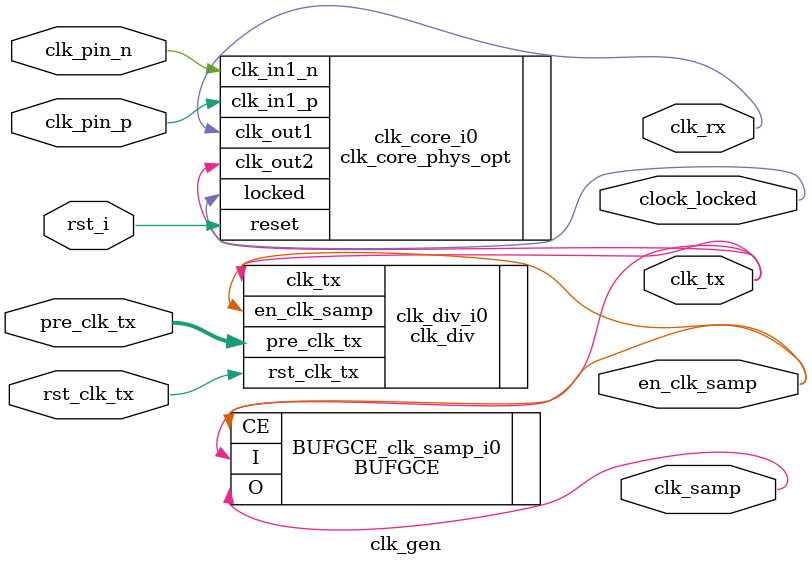
<source format=v>

`timescale 1ns/1ps


module clk_gen (
  input             clk_pin_p,       // Input clock pin - IBUFGDS is in core
  input             clk_pin_n,       //   - differential pair
  input             rst_i,           // Asynchronous input from IBUF

  input             rst_clk_tx,      // For clock divider
  
  input      [15:0] pre_clk_tx,      // Current divider

  output            clk_rx,          // Receive clock
  output            clk_tx,          // Transmit clock
  output            clk_samp,        // Sample clock

  output            en_clk_samp,     // Enable for clk_samp
  output            clock_locked     // Locked signal from MMCM
);

//***************************************************************************
// Function definitions
//***************************************************************************

//***************************************************************************
// Parameter definitions
//***************************************************************************

//***************************************************************************
// Reg declarations
//***************************************************************************

//***************************************************************************
// Wire declarations
//***************************************************************************
  
  
 
  
//***************************************************************************
// Code
//***************************************************************************

  // Instantiate the prescale divider

  clk_div clk_div_i0 (
    .clk_tx            (clk_tx),
    .rst_clk_tx        (rst_clk_tx),
    .pre_clk_tx        (pre_clk_tx),
    .en_clk_samp       (en_clk_samp)

  );

  // Instantiate clk_core - generated by the Clocking Wizard

  clk_core_phys_opt clk_core_i0 (
    .clk_in1_p          (clk_pin_p), 
    .clk_in1_n          (clk_pin_n), 
    .clk_out1           (clk_rx),
    .clk_out2           (clk_tx), 
    .reset              (rst_i), 
    .locked             (clock_locked)
  );

  

  BUFGCE #(
      .CE_TYPE("SYNC"),      // SYNC, ASYNC
      .IS_CE_INVERTED(1'b0), // Programmable inversion on CE
      .IS_I_INVERTED(1'b0)   // Programmable inversion on I
  )
  BUFGCE_clk_samp_i0 (
      .O(clk_samp),   // 1-bit output: Buffer
      .CE(en_clk_samp), // 1-bit input: Buffer enable
      .I(clk_tx)    // 1-bit input: Buffer
  );


  
endmodule

//<copyright-disclaimer-start>
//  ************************************************************************************************************
//  * © Copyright 2022 Xilinx, Inc. All rights reserved.                                                       *
//  * This file contains confidential and proprietary information of Xilinx, Inc. and                          *
//  * is protected under U.S. and international copyright and other intellectual property laws.                *
//  * DISCLAIMER                                                                                               *
//  * This disclaimer is not a license and does not grant any rights to the materials distributed              *
//  * herewith. Except as otherwise provided in a valid license issued to you by Xilinx, and to the            *
//  * maximum extent permitted by applicable law: (1) THESE MATERIALS ARE MADE AVAILABLE "AS IS"               *
//  * AND WITH ALL FAULTS, AND XILINX HEREBY DISCLAIMS ALL WARRANTIES AND CONDITIONS, EXPRESS,                 *
//  * IMPLIED, OR STATUTORY, INCLUDING BUT NOT LIMITED TO WARRANTIES OF MERCHANTABILITY, NON-INFRINGEMENT,     *
//  * OR FITNESS FOR ANY PARTICULAR PURPOSE; and (2) Xilinx shall not be liable (whether in contract or tort,  *
//  * including negligence, or under any other theory of liability) for any loss or damage of any kind or      *
//  * nature related to, arising under or in connection with these materials, including for any direct, or     *
//  * any indirect, special, incidental, or consequential loss or damage (including loss of data, profits,     *
//  * goodwill, or any type of loss or damage suffered as a result of any action brought by a third party)     *
//  * even if such damage or loss was reasonably foreseeable or Xilinx had been advised of the possibility     *
//  * of the same.                                                                                             *
//  * CRITICAL APPLICATIONS                                                                                    *
//  * Xilinx products are not designed or intended to be fail-safe, or for use in any application requiring    *
//  * fail-safe performance, such as life-support or safety devices or systems, Class III medical devices,     *
//  * nuclear facilities, applications related to the deployment of airbags, or any other applications that    *
//  * could lead to death, personal injury, or severe property or environmental damage (individually and       *
//  * collectively, "Critical Applications"). Customer assumes the sole risk and liability of any use of       *
//  * Xilinx products in Critical Applications, subject only to applicable laws and regulations governing      *
//  * limitations on product liability.                                                                        *
//  * THIS COPYRIGHT NOTICE AND DISCLAIMER MUST BE RETAINED AS PART OF THIS FILE AT ALL TIMES.                 *
//  *                                                                                                          *
//  ************************************************************************************************************
//<copyright-disclaimer-end>

</source>
